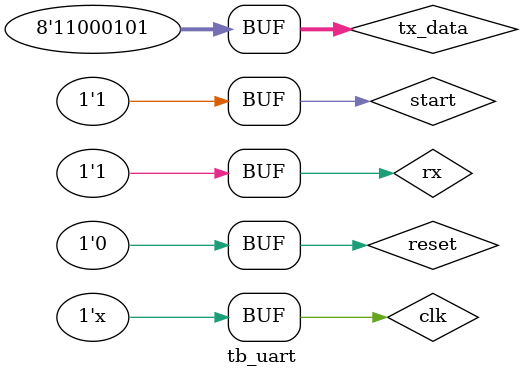
<source format=v>
`timescale 1ns / 1ps

module tb_uart();

    reg clk;
    reg reset;
    //tr
    reg start;
    reg [7:0] tx_data;
    wire tx;
    wire tx_done;
    //re    
    reg rx;
    wire [7:0] rx_data;
    wire rx_done;

    wire w_tx_rx;
    
    uart dut(
        
    .clk(clk),
    .reset(reset),
    .start(start),
    .tx_data(tx_data),
    .tx(w_tx_rx),
    .tx_done(tx_done),
    //re    
    .rx(w_tx_rx),
    .rx_data(rx_data),
    .rx_done(rx_done)
    );

    always #5 clk = ~clk;

    initial begin
        clk = 1'b0;
        reset = 1'b1;
        start = 1'b0;
        rx = 1'b1;
    end
    
    initial begin
        #20 reset = 1'b0;
        #100 tx_data = 8'b11000101;
        #10 start = 1'b1;
    end
endmodule

</source>
